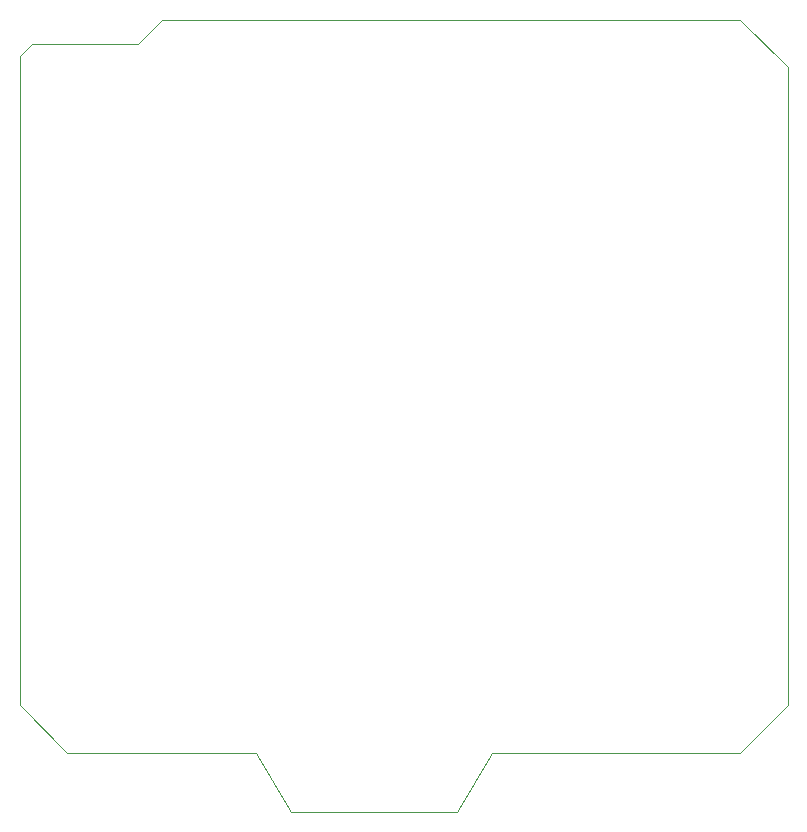
<source format=gbr>
%TF.GenerationSoftware,KiCad,Pcbnew,9.0.0*%
%TF.CreationDate,2025-05-04T18:28:28+01:00*%
%TF.ProjectId,specter,73706563-7465-4722-9e6b-696361645f70,rev?*%
%TF.SameCoordinates,Original*%
%TF.FileFunction,Profile,NP*%
%FSLAX46Y46*%
G04 Gerber Fmt 4.6, Leading zero omitted, Abs format (unit mm)*
G04 Created by KiCad (PCBNEW 9.0.0) date 2025-05-04 18:28:28*
%MOMM*%
%LPD*%
G01*
G04 APERTURE LIST*
%TA.AperFunction,Profile*%
%ADD10C,0.100000*%
%TD*%
G04 APERTURE END LIST*
D10*
X100000000Y-71000000D02*
X100000000Y-126000000D01*
X150000000Y-68000000D02*
X161000000Y-68000000D01*
X100000000Y-71000000D02*
X101000000Y-70000000D01*
X137000000Y-135000000D02*
X140000000Y-130000000D01*
X165000000Y-126000000D02*
X165000000Y-72000000D01*
X110000000Y-70000000D02*
X112000000Y-68000000D01*
X100000000Y-126000000D02*
X104000000Y-130000000D01*
X161000000Y-130000000D02*
X165000000Y-126000000D01*
X165000000Y-72000000D02*
X161000000Y-68000000D01*
X113000000Y-68000000D02*
X150000000Y-68000000D01*
X123000000Y-135000000D02*
X137000000Y-135000000D01*
X112000000Y-68000000D02*
X113000000Y-68000000D01*
X120000000Y-130000000D02*
X123000000Y-135000000D01*
X104000000Y-130000000D02*
X120000000Y-130000000D01*
X101000000Y-70000000D02*
X105000000Y-70000000D01*
X140000000Y-130000000D02*
X161000000Y-130000000D01*
X105000000Y-70000000D02*
X110000000Y-70000000D01*
M02*

</source>
